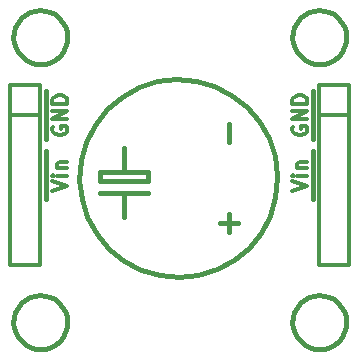
<source format=gto>
G04 (created by PCBNEW-RS274X (2010-04-21 BZR 23xx)-stable) date Mon 25 Apr 2011 12:09:09 AM CEST*
G01*
G70*
G90*
%MOIN*%
G04 Gerber Fmt 3.4, Leading zero omitted, Abs format*
%FSLAX34Y34*%
G04 APERTURE LIST*
%ADD10C,0.006000*%
%ADD11C,0.012000*%
%ADD12C,0.015000*%
G04 APERTURE END LIST*
G54D10*
G54D11*
X20926Y-15981D02*
X20902Y-16029D01*
X20902Y-16100D01*
X20926Y-16172D01*
X20974Y-16219D01*
X21021Y-16243D01*
X21117Y-16267D01*
X21188Y-16267D01*
X21283Y-16243D01*
X21331Y-16219D01*
X21379Y-16172D01*
X21402Y-16100D01*
X21402Y-16052D01*
X21379Y-15981D01*
X21355Y-15957D01*
X21188Y-15957D01*
X21188Y-16052D01*
X21402Y-15743D02*
X20902Y-15743D01*
X21402Y-15457D01*
X20902Y-15457D01*
X21402Y-15219D02*
X20902Y-15219D01*
X20902Y-15100D01*
X20926Y-15028D01*
X20974Y-14981D01*
X21021Y-14957D01*
X21117Y-14933D01*
X21188Y-14933D01*
X21283Y-14957D01*
X21331Y-14981D01*
X21379Y-15028D01*
X21402Y-15100D01*
X21402Y-15219D01*
X20902Y-18111D02*
X21402Y-17945D01*
X20902Y-17778D01*
X21402Y-17611D02*
X21069Y-17611D01*
X20902Y-17611D02*
X20926Y-17635D01*
X20950Y-17611D01*
X20926Y-17587D01*
X20902Y-17611D01*
X20950Y-17611D01*
X21069Y-17373D02*
X21402Y-17373D01*
X21117Y-17373D02*
X21093Y-17349D01*
X21069Y-17302D01*
X21069Y-17230D01*
X21093Y-17182D01*
X21140Y-17159D01*
X21402Y-17159D01*
G54D12*
X21600Y-14800D02*
X21600Y-16400D01*
X21600Y-16800D02*
X21600Y-18400D01*
X12700Y-16800D02*
X12700Y-18400D01*
X12700Y-14800D02*
X12700Y-16400D01*
G54D11*
X12902Y-18111D02*
X13402Y-17945D01*
X12902Y-17778D01*
X13402Y-17611D02*
X13069Y-17611D01*
X12902Y-17611D02*
X12926Y-17635D01*
X12950Y-17611D01*
X12926Y-17587D01*
X12902Y-17611D01*
X12950Y-17611D01*
X13069Y-17373D02*
X13402Y-17373D01*
X13117Y-17373D02*
X13093Y-17349D01*
X13069Y-17302D01*
X13069Y-17230D01*
X13093Y-17182D01*
X13140Y-17159D01*
X13402Y-17159D01*
X12926Y-15981D02*
X12902Y-16029D01*
X12902Y-16100D01*
X12926Y-16172D01*
X12974Y-16219D01*
X13021Y-16243D01*
X13117Y-16267D01*
X13188Y-16267D01*
X13283Y-16243D01*
X13331Y-16219D01*
X13379Y-16172D01*
X13402Y-16100D01*
X13402Y-16052D01*
X13379Y-15981D01*
X13355Y-15957D01*
X13188Y-15957D01*
X13188Y-16052D01*
X13402Y-15743D02*
X12902Y-15743D01*
X13402Y-15457D01*
X12902Y-15457D01*
X13402Y-15219D02*
X12902Y-15219D01*
X12902Y-15100D01*
X12926Y-15028D01*
X12974Y-14981D01*
X13021Y-14957D01*
X13117Y-14933D01*
X13188Y-14933D01*
X13283Y-14957D01*
X13331Y-14981D01*
X13379Y-15028D01*
X13402Y-15100D01*
X13402Y-15219D01*
X11500Y-14600D02*
X12500Y-14600D01*
X12500Y-14600D02*
X12500Y-20600D01*
X12500Y-20600D02*
X11500Y-20600D01*
X11500Y-20600D02*
X11500Y-14600D01*
X11500Y-15600D02*
X12500Y-15600D01*
X21800Y-14600D02*
X22800Y-14600D01*
X22800Y-14600D02*
X22800Y-20600D01*
X22800Y-20600D02*
X21800Y-20600D01*
X21800Y-20600D02*
X21800Y-14600D01*
X21800Y-15600D02*
X22800Y-15600D01*
G54D12*
X22700Y-22500D02*
X22682Y-22674D01*
X22632Y-22842D01*
X22549Y-22998D01*
X22438Y-23134D01*
X22303Y-23246D01*
X22148Y-23329D01*
X21980Y-23381D01*
X21806Y-23399D01*
X21632Y-23384D01*
X21463Y-23334D01*
X21308Y-23253D01*
X21171Y-23143D01*
X21058Y-23008D01*
X20973Y-22854D01*
X20920Y-22687D01*
X20901Y-22512D01*
X20915Y-22338D01*
X20964Y-22169D01*
X21044Y-22013D01*
X21153Y-21875D01*
X21287Y-21761D01*
X21440Y-21676D01*
X21607Y-21621D01*
X21782Y-21601D01*
X21956Y-21614D01*
X22125Y-21661D01*
X22282Y-21741D01*
X22420Y-21849D01*
X22535Y-21982D01*
X22622Y-22134D01*
X22677Y-22301D01*
X22699Y-22475D01*
X22700Y-22500D01*
X13400Y-13000D02*
X13382Y-13174D01*
X13332Y-13342D01*
X13249Y-13498D01*
X13138Y-13634D01*
X13003Y-13746D01*
X12848Y-13829D01*
X12680Y-13881D01*
X12506Y-13899D01*
X12332Y-13884D01*
X12163Y-13834D01*
X12008Y-13753D01*
X11871Y-13643D01*
X11758Y-13508D01*
X11673Y-13354D01*
X11620Y-13187D01*
X11601Y-13012D01*
X11615Y-12838D01*
X11664Y-12669D01*
X11744Y-12513D01*
X11853Y-12375D01*
X11987Y-12261D01*
X12140Y-12176D01*
X12307Y-12121D01*
X12482Y-12101D01*
X12656Y-12114D01*
X12825Y-12161D01*
X12982Y-12241D01*
X13120Y-12349D01*
X13235Y-12482D01*
X13322Y-12634D01*
X13377Y-12801D01*
X13399Y-12975D01*
X13400Y-13000D01*
X13400Y-22500D02*
X13382Y-22674D01*
X13332Y-22842D01*
X13249Y-22998D01*
X13138Y-23134D01*
X13003Y-23246D01*
X12848Y-23329D01*
X12680Y-23381D01*
X12506Y-23399D01*
X12332Y-23384D01*
X12163Y-23334D01*
X12008Y-23253D01*
X11871Y-23143D01*
X11758Y-23008D01*
X11673Y-22854D01*
X11620Y-22687D01*
X11601Y-22512D01*
X11615Y-22338D01*
X11664Y-22169D01*
X11744Y-22013D01*
X11853Y-21875D01*
X11987Y-21761D01*
X12140Y-21676D01*
X12307Y-21621D01*
X12482Y-21601D01*
X12656Y-21614D01*
X12825Y-21661D01*
X12982Y-21741D01*
X13120Y-21849D01*
X13235Y-21982D01*
X13322Y-22134D01*
X13377Y-22301D01*
X13399Y-22475D01*
X13400Y-22500D01*
X22700Y-13000D02*
X22682Y-13174D01*
X22632Y-13342D01*
X22549Y-13498D01*
X22438Y-13634D01*
X22303Y-13746D01*
X22148Y-13829D01*
X21980Y-13881D01*
X21806Y-13899D01*
X21632Y-13884D01*
X21463Y-13834D01*
X21308Y-13753D01*
X21171Y-13643D01*
X21058Y-13508D01*
X20973Y-13354D01*
X20920Y-13187D01*
X20901Y-13012D01*
X20915Y-12838D01*
X20964Y-12669D01*
X21044Y-12513D01*
X21153Y-12375D01*
X21287Y-12261D01*
X21440Y-12176D01*
X21607Y-12121D01*
X21782Y-12101D01*
X21956Y-12114D01*
X22125Y-12161D01*
X22282Y-12241D01*
X22420Y-12349D01*
X22535Y-12482D01*
X22622Y-12634D01*
X22677Y-12801D01*
X22699Y-12975D01*
X22700Y-13000D01*
X18800Y-16500D02*
X18800Y-15900D01*
X18800Y-19500D02*
X18800Y-18900D01*
X18500Y-19200D02*
X19100Y-19200D01*
X15300Y-18200D02*
X15300Y-19000D01*
X15300Y-17500D02*
X15300Y-16700D01*
X14500Y-17800D02*
X14500Y-17500D01*
X14500Y-17500D02*
X16100Y-17500D01*
X16100Y-17500D02*
X16100Y-17800D01*
X14500Y-17800D02*
X16100Y-17800D01*
X14500Y-18200D02*
X16100Y-18200D01*
X20400Y-17700D02*
X20337Y-18340D01*
X20151Y-18957D01*
X19848Y-19526D01*
X19441Y-20025D01*
X18945Y-20435D01*
X18378Y-20742D01*
X17763Y-20932D01*
X17123Y-20999D01*
X16482Y-20941D01*
X15864Y-20759D01*
X15294Y-20461D01*
X14792Y-20057D01*
X14378Y-19564D01*
X14067Y-19000D01*
X13873Y-18386D01*
X13801Y-17746D01*
X13855Y-17105D01*
X14032Y-16486D01*
X14327Y-15913D01*
X14727Y-15408D01*
X15217Y-14991D01*
X15779Y-14677D01*
X16392Y-14477D01*
X17031Y-14401D01*
X17673Y-14451D01*
X18293Y-14624D01*
X18868Y-14914D01*
X19375Y-15311D01*
X19796Y-15798D01*
X20114Y-16358D01*
X20317Y-16969D01*
X20398Y-17608D01*
X20400Y-17700D01*
M02*

</source>
